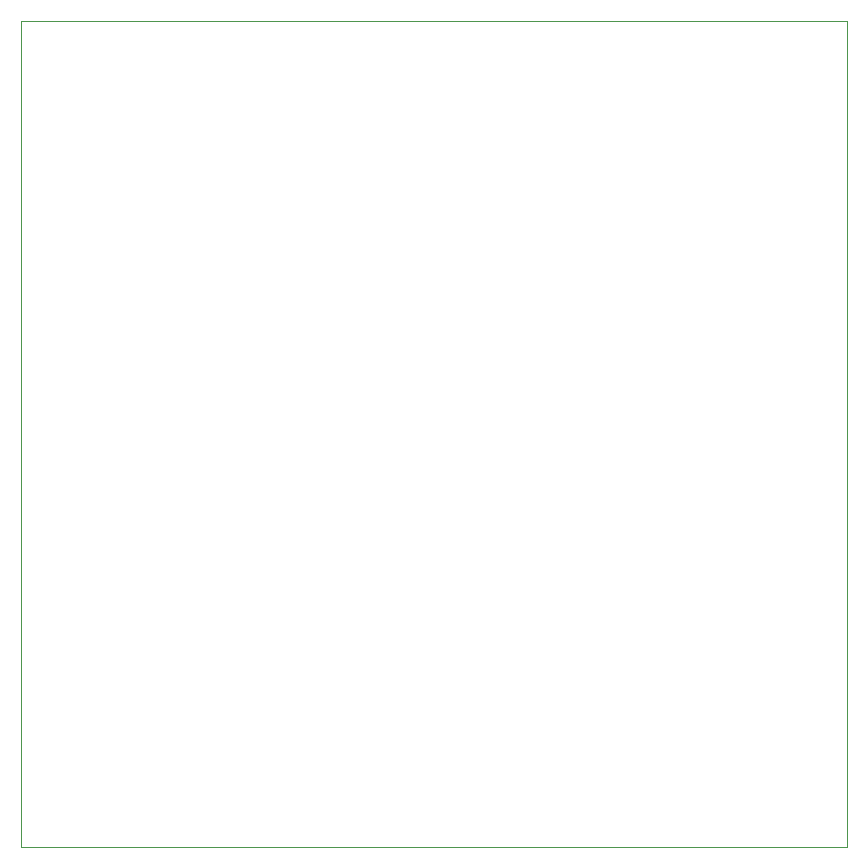
<source format=gbr>
%TF.GenerationSoftware,KiCad,Pcbnew,(6.0.1)*%
%TF.CreationDate,2022-09-28T09:38:13-06:00*%
%TF.ProjectId,SENSORY_BRIDGE,53454e53-4f52-4595-9f42-52494447452e,rev?*%
%TF.SameCoordinates,PX6c3e3acPY8584910*%
%TF.FileFunction,Profile,NP*%
%FSLAX46Y46*%
G04 Gerber Fmt 4.6, Leading zero omitted, Abs format (unit mm)*
G04 Created by KiCad (PCBNEW (6.0.1)) date 2022-09-28 09:38:13*
%MOMM*%
%LPD*%
G01*
G04 APERTURE LIST*
%TA.AperFunction,Profile*%
%ADD10C,0.001000*%
%TD*%
G04 APERTURE END LIST*
D10*
X0Y70000000D02*
X0Y0D01*
X0Y0D02*
X70000000Y0D01*
X70000000Y0D02*
X70000000Y70000000D01*
X70000000Y70000000D02*
X0Y70000000D01*
M02*

</source>
